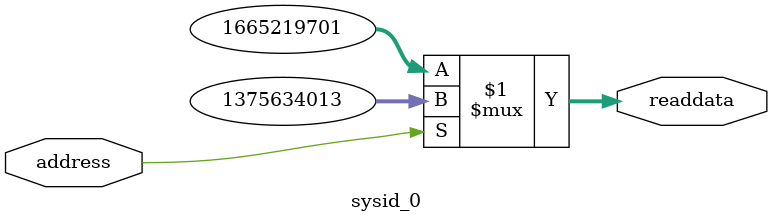
<source format=v>

`timescale 1ns / 1ps
// synthesis translate_on

// turn off superfluous verilog processor warnings 
// altera message_level Level1 
// altera message_off 10034 10035 10036 10037 10230 10240 10030 

module sysid_0 (
                 // inputs:
                  address,

                 // outputs:
                  readdata
               )
;

  output  [ 31: 0] readdata;
  input            address;

  wire    [ 31: 0] readdata;
  //control_slave, which is an e_avalon_slave
  assign readdata = address ? 1375634013 : 1665219701;

endmodule


</source>
